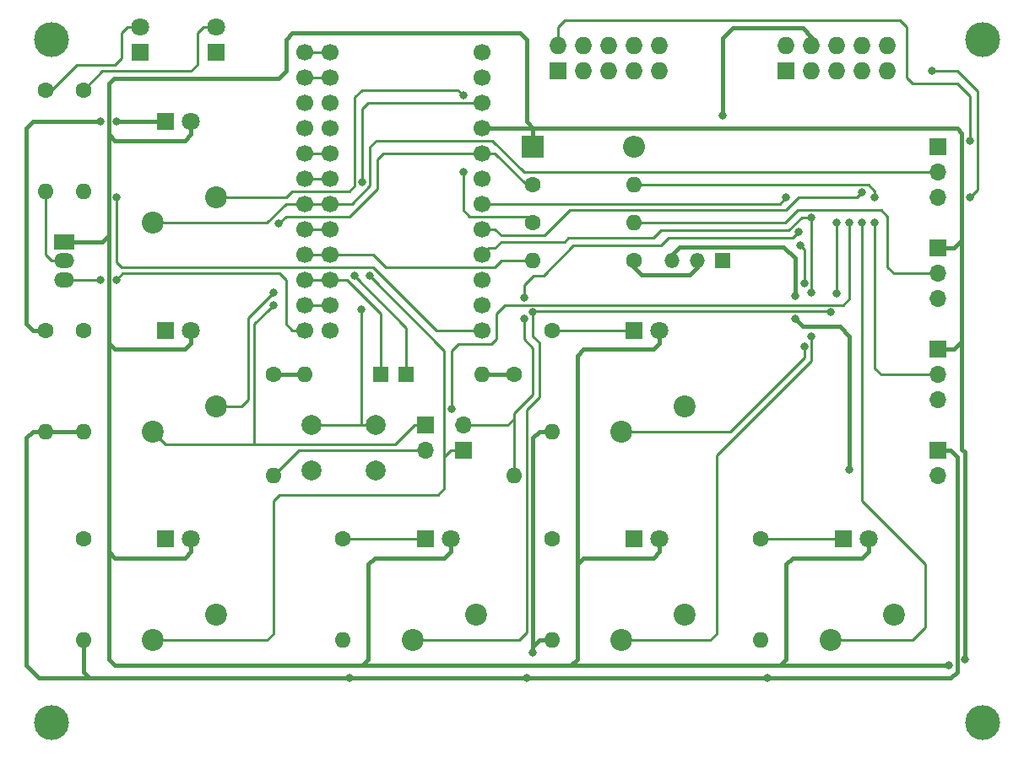
<source format=gtl>
G04 #@! TF.GenerationSoftware,KiCad,Pcbnew,(5.1.8)-1*
G04 #@! TF.CreationDate,2021-01-19T14:45:31+01:00*
G04 #@! TF.ProjectId,C64 Joykey,43363420-4a6f-4796-9b65-792e6b696361,rev?*
G04 #@! TF.SameCoordinates,Original*
G04 #@! TF.FileFunction,Copper,L1,Top*
G04 #@! TF.FilePolarity,Positive*
%FSLAX46Y46*%
G04 Gerber Fmt 4.6, Leading zero omitted, Abs format (unit mm)*
G04 Created by KiCad (PCBNEW (5.1.8)-1) date 2021-01-19 14:45:31*
%MOMM*%
%LPD*%
G01*
G04 APERTURE LIST*
G04 #@! TA.AperFunction,ComponentPad*
%ADD10C,1.600000*%
G04 #@! TD*
G04 #@! TA.AperFunction,ComponentPad*
%ADD11O,1.600000X1.600000*%
G04 #@! TD*
G04 #@! TA.AperFunction,ComponentPad*
%ADD12R,1.600000X1.600000*%
G04 #@! TD*
G04 #@! TA.AperFunction,ComponentPad*
%ADD13C,1.800000*%
G04 #@! TD*
G04 #@! TA.AperFunction,ComponentPad*
%ADD14R,1.800000X1.800000*%
G04 #@! TD*
G04 #@! TA.AperFunction,ComponentPad*
%ADD15C,2.200000*%
G04 #@! TD*
G04 #@! TA.AperFunction,SMDPad,CuDef*
%ADD16O,2.000000X1.500000*%
G04 #@! TD*
G04 #@! TA.AperFunction,SMDPad,CuDef*
%ADD17R,2.000000X1.500000*%
G04 #@! TD*
G04 #@! TA.AperFunction,ComponentPad*
%ADD18R,1.500000X1.500000*%
G04 #@! TD*
G04 #@! TA.AperFunction,ComponentPad*
%ADD19O,1.500000X1.500000*%
G04 #@! TD*
G04 #@! TA.AperFunction,ComponentPad*
%ADD20C,1.700000*%
G04 #@! TD*
G04 #@! TA.AperFunction,ComponentPad*
%ADD21C,3.500000*%
G04 #@! TD*
G04 #@! TA.AperFunction,ComponentPad*
%ADD22C,2.000000*%
G04 #@! TD*
G04 #@! TA.AperFunction,ComponentPad*
%ADD23R,1.700000X1.700000*%
G04 #@! TD*
G04 #@! TA.AperFunction,ComponentPad*
%ADD24O,1.700000X1.700000*%
G04 #@! TD*
G04 #@! TA.AperFunction,ComponentPad*
%ADD25R,1.727200X1.727200*%
G04 #@! TD*
G04 #@! TA.AperFunction,ComponentPad*
%ADD26O,1.727200X1.727200*%
G04 #@! TD*
G04 #@! TA.AperFunction,ComponentPad*
%ADD27O,2.200000X2.200000*%
G04 #@! TD*
G04 #@! TA.AperFunction,ComponentPad*
%ADD28R,2.200000X2.200000*%
G04 #@! TD*
G04 #@! TA.AperFunction,ViaPad*
%ADD29C,0.800000*%
G04 #@! TD*
G04 #@! TA.AperFunction,Conductor*
%ADD30C,0.250000*%
G04 #@! TD*
G04 #@! TA.AperFunction,Conductor*
%ADD31C,0.381000*%
G04 #@! TD*
G04 APERTURE END LIST*
D10*
X166370000Y-119380000D03*
D11*
X166370000Y-129540000D03*
D12*
X179705000Y-119380000D03*
D11*
X187325000Y-119380000D03*
D13*
X158115000Y-93980000D03*
D14*
X155575000Y-93980000D03*
D11*
X147320000Y-146050000D03*
D10*
X147320000Y-135890000D03*
D15*
X154305000Y-146050000D03*
X160655000Y-143510000D03*
D16*
X145415000Y-109855000D03*
X145415000Y-107950000D03*
D17*
X145415000Y-106045000D03*
D18*
X211455000Y-107950000D03*
D19*
X206375000Y-107950000D03*
X208915000Y-107950000D03*
D10*
X202565000Y-107950000D03*
D11*
X192405000Y-107950000D03*
D10*
X143510000Y-114935000D03*
D11*
X143510000Y-125095000D03*
X147320000Y-125095000D03*
D10*
X147320000Y-114935000D03*
D20*
X172085000Y-114935000D03*
X172085000Y-112395000D03*
X172085000Y-109855000D03*
X172085000Y-107315000D03*
X172085000Y-104775000D03*
X172085000Y-102235000D03*
X172085000Y-99695000D03*
X172085000Y-97155000D03*
X172085000Y-94615000D03*
X172085000Y-92075000D03*
X172085000Y-89535000D03*
X172085000Y-86995000D03*
X169545000Y-89535000D03*
X169545000Y-92075000D03*
X169545000Y-94615000D03*
X169545000Y-97155000D03*
X169545000Y-99695000D03*
X169545000Y-102235000D03*
X169545000Y-104775000D03*
X169545000Y-107315000D03*
X169545000Y-109855000D03*
X169545000Y-112395000D03*
X169545000Y-114935000D03*
X187325000Y-114935000D03*
X187325000Y-112395000D03*
X187325000Y-109855000D03*
X187325000Y-107315000D03*
X187325000Y-104775000D03*
X187325000Y-102235000D03*
X187325000Y-99695000D03*
X187325000Y-97155000D03*
X187325000Y-94615000D03*
X187325000Y-92075000D03*
X187325000Y-89535000D03*
X187325000Y-86995000D03*
X169545000Y-86995000D03*
D15*
X160655000Y-122555000D03*
X154305000Y-125095000D03*
X154305000Y-104140000D03*
X160655000Y-101600000D03*
X207645000Y-122555000D03*
X201295000Y-125095000D03*
X201295000Y-146050000D03*
X207645000Y-143510000D03*
X186690000Y-143510000D03*
X180340000Y-146050000D03*
X222250000Y-146050000D03*
X228600000Y-143510000D03*
D21*
X144145000Y-154305000D03*
X237490000Y-154305000D03*
X237490000Y-85725000D03*
X144145000Y-85725000D03*
D13*
X153035000Y-84455000D03*
D14*
X153035000Y-86995000D03*
X160655000Y-86995000D03*
D13*
X160655000Y-84455000D03*
D22*
X176680000Y-124460000D03*
X176680000Y-128960000D03*
X170180000Y-124460000D03*
X170180000Y-128960000D03*
D23*
X233045000Y-116840000D03*
D24*
X233045000Y-119380000D03*
X233045000Y-121920000D03*
X233045000Y-111760000D03*
X233045000Y-109220000D03*
D23*
X233045000Y-106680000D03*
D24*
X233045000Y-101600000D03*
X233045000Y-99060000D03*
D23*
X233045000Y-96520000D03*
D25*
X194945000Y-88900000D03*
D26*
X197485000Y-88900000D03*
X200025000Y-88900000D03*
X202565000Y-88900000D03*
X205105000Y-88900000D03*
X194945000Y-86360000D03*
X197485000Y-86360000D03*
X200025000Y-86360000D03*
X202565000Y-86360000D03*
X205105000Y-86360000D03*
X227965000Y-86360000D03*
X225425000Y-86360000D03*
X222885000Y-86360000D03*
X220345000Y-86360000D03*
X217805000Y-86360000D03*
X227965000Y-88900000D03*
X225425000Y-88900000D03*
X222885000Y-88900000D03*
X220345000Y-88900000D03*
D25*
X217805000Y-88900000D03*
D27*
X202565000Y-96520000D03*
D28*
X192405000Y-96520000D03*
D13*
X158115000Y-135890000D03*
D14*
X155575000Y-135890000D03*
D13*
X158115000Y-114935000D03*
D14*
X155575000Y-114935000D03*
X202565000Y-114935000D03*
D13*
X205105000Y-114935000D03*
D14*
X202565000Y-135890000D03*
D13*
X205105000Y-135890000D03*
X184150000Y-135890000D03*
D14*
X181610000Y-135890000D03*
X223520000Y-135890000D03*
D13*
X226060000Y-135890000D03*
D10*
X192405000Y-100330000D03*
D11*
X202565000Y-100330000D03*
X202565000Y-104140000D03*
D10*
X192405000Y-104140000D03*
X143510000Y-90805000D03*
D11*
X143510000Y-100965000D03*
X147320000Y-100965000D03*
D10*
X147320000Y-90805000D03*
D11*
X194310000Y-125095000D03*
D10*
X194310000Y-114935000D03*
X194310000Y-135890000D03*
D11*
X194310000Y-146050000D03*
X173355000Y-146050000D03*
D10*
X173355000Y-135890000D03*
X215265000Y-135890000D03*
D11*
X215265000Y-146050000D03*
D23*
X233045000Y-127000000D03*
D24*
X233045000Y-129540000D03*
X185420000Y-124460000D03*
D23*
X185420000Y-127000000D03*
X181610000Y-124460000D03*
D24*
X181610000Y-127000000D03*
D11*
X169545000Y-119380000D03*
D12*
X177165000Y-119380000D03*
D11*
X190500000Y-129540000D03*
D10*
X190500000Y-119380000D03*
D29*
X236220000Y-95885000D03*
X224155000Y-104140000D03*
X184240000Y-122809000D03*
X235740500Y-147955000D03*
X234159500Y-148590000D03*
X219075000Y-105029000D03*
X191516000Y-111670000D03*
X191516000Y-113792000D03*
X236220000Y-101600000D03*
X232410000Y-88900000D03*
X225425000Y-101055000D03*
X225425000Y-104140000D03*
X222885000Y-104140000D03*
X222250000Y-113120000D03*
X192405000Y-113120000D03*
X222885000Y-111252000D03*
X220345000Y-103595000D03*
X220345000Y-111125000D03*
X220345000Y-115570000D03*
X217805000Y-101600000D03*
X219202000Y-106426000D03*
X219620000Y-110236000D03*
X219620000Y-116586000D03*
X226695000Y-101600000D03*
X226695000Y-104140000D03*
X175260000Y-100076000D03*
X175191840Y-112834840D03*
X176022000Y-109474000D03*
X166370000Y-112395022D03*
X211455000Y-93345000D03*
X174498000Y-109474000D03*
X185420000Y-91350000D03*
X185420000Y-99060000D03*
X166914990Y-104229983D03*
X166370000Y-111125000D03*
X149069500Y-93980000D03*
X150650500Y-93980000D03*
X192405000Y-147320000D03*
X191770000Y-149860000D03*
X173990000Y-149860000D03*
X215900000Y-149860000D03*
X224155000Y-128905000D03*
X218694000Y-113792000D03*
X218694000Y-111506000D03*
X150650500Y-109855000D03*
X149069500Y-109855000D03*
X150650500Y-101600000D03*
D30*
X229235000Y-83820000D02*
X195580000Y-83820000D01*
X229870000Y-84455000D02*
X229235000Y-83820000D01*
X229870000Y-89535000D02*
X229870000Y-84455000D01*
X230505000Y-90170000D02*
X229870000Y-89535000D01*
X194945000Y-84455000D02*
X194945000Y-86360000D01*
X234950000Y-90170000D02*
X230505000Y-90170000D01*
X195580000Y-83820000D02*
X194945000Y-84455000D01*
X236220000Y-91440000D02*
X234950000Y-90170000D01*
X236220000Y-95885000D02*
X236220000Y-91440000D01*
X166370000Y-129540000D02*
X168910000Y-127000000D01*
X168910000Y-127000000D02*
X181610000Y-127000000D01*
X184240000Y-117004000D02*
X184240000Y-122809000D01*
X184912000Y-116332000D02*
X184240000Y-117004000D01*
X188722000Y-115824000D02*
X188214000Y-116332000D01*
X188722000Y-113284000D02*
X188722000Y-115824000D01*
X189611000Y-112395000D02*
X188722000Y-113284000D01*
X223520000Y-112395000D02*
X189611000Y-112395000D01*
X224155000Y-111760000D02*
X223520000Y-112395000D01*
X188214000Y-116332000D02*
X184912000Y-116332000D01*
X224155000Y-104140000D02*
X224155000Y-111760000D01*
D31*
X158115000Y-114935000D02*
X158115000Y-116205000D01*
X157480000Y-116840000D02*
X154305000Y-116840000D01*
X158115000Y-116205000D02*
X157480000Y-116840000D01*
X205105000Y-114935000D02*
X205105000Y-116205000D01*
X204470000Y-116840000D02*
X201295000Y-116840000D01*
X205105000Y-116205000D02*
X204470000Y-116840000D01*
X184150000Y-135890000D02*
X184150000Y-137160000D01*
X183515000Y-137795000D02*
X180340000Y-137795000D01*
X184150000Y-137160000D02*
X183515000Y-137795000D01*
X187325000Y-94615000D02*
X190500000Y-94615000D01*
X190500000Y-94615000D02*
X191135000Y-94615000D01*
X183515000Y-148590000D02*
X184785000Y-148590000D01*
X192405000Y-96520000D02*
X192405000Y-95885000D01*
X192405000Y-96520000D02*
X192405000Y-94615000D01*
X191135000Y-94615000D02*
X192405000Y-94615000D01*
X192405000Y-94615000D02*
X191770000Y-93980000D01*
X152400000Y-148590000D02*
X158750000Y-148590000D01*
X150495000Y-116840000D02*
X149860000Y-116205000D01*
X154305000Y-116840000D02*
X150495000Y-116840000D01*
X149860000Y-116205000D02*
X149860000Y-118745000D01*
X149860000Y-113665000D02*
X149860000Y-116205000D01*
X150405000Y-89625000D02*
X156210000Y-89625000D01*
X149860000Y-90170000D02*
X150405000Y-89625000D01*
X149860000Y-95250000D02*
X149860000Y-90170000D01*
X149860000Y-96520000D02*
X149860000Y-95250000D01*
X149860000Y-118745000D02*
X149860000Y-133350000D01*
X150495000Y-148590000D02*
X152400000Y-148590000D01*
X149860000Y-147955000D02*
X150495000Y-148590000D01*
X177165000Y-148590000D02*
X183515000Y-148590000D01*
X196850000Y-117475000D02*
X197485000Y-116840000D01*
X197485000Y-116840000D02*
X201295000Y-116840000D01*
X196850000Y-147955000D02*
X196215000Y-148590000D01*
X184785000Y-148590000D02*
X196215000Y-148590000D01*
X180340000Y-137795000D02*
X176530000Y-137795000D01*
X176530000Y-137795000D02*
X175895000Y-138430000D01*
X175895000Y-147955000D02*
X175260000Y-148590000D01*
X175895000Y-138430000D02*
X175895000Y-147955000D01*
X175260000Y-148590000D02*
X177165000Y-148590000D01*
X158750000Y-148590000D02*
X175260000Y-148590000D01*
X158115000Y-135890000D02*
X158115000Y-137160000D01*
X158115000Y-137160000D02*
X157480000Y-137795000D01*
X157480000Y-137795000D02*
X150495000Y-137795000D01*
X149860000Y-137160000D02*
X149860000Y-147955000D01*
X150495000Y-137795000D02*
X149860000Y-137160000D01*
X149860000Y-133350000D02*
X149860000Y-137160000D01*
X196850000Y-138430000D02*
X197485000Y-137795000D01*
X196850000Y-147955000D02*
X196850000Y-138430000D01*
X196850000Y-138430000D02*
X196850000Y-117475000D01*
X197485000Y-137795000D02*
X204470000Y-137795000D01*
X204470000Y-137795000D02*
X205105000Y-137160000D01*
X205105000Y-137160000D02*
X205105000Y-135890000D01*
X197485000Y-148590000D02*
X196215000Y-148590000D01*
X217805000Y-138430000D02*
X217805000Y-147955000D01*
X217170000Y-148590000D02*
X197485000Y-148590000D01*
X218440000Y-137795000D02*
X217805000Y-138430000D01*
X225425000Y-137795000D02*
X218440000Y-137795000D01*
X226060000Y-137160000D02*
X225425000Y-137795000D01*
X217805000Y-147955000D02*
X217170000Y-148590000D01*
X226060000Y-135890000D02*
X226060000Y-137160000D01*
X156210000Y-89625000D02*
X166915000Y-89625000D01*
X166915000Y-89625000D02*
X167640000Y-88900000D01*
X167640000Y-88900000D02*
X167640000Y-85725000D01*
X167640000Y-85725000D02*
X168275000Y-85090000D01*
X191135000Y-85090000D02*
X191770000Y-85725000D01*
X168275000Y-85090000D02*
X191135000Y-85090000D01*
X191770000Y-93980000D02*
X191770000Y-85725000D01*
X149860000Y-106680000D02*
X149860000Y-113665000D01*
X149225000Y-106045000D02*
X149860000Y-105410000D01*
X145415000Y-106045000D02*
X149225000Y-106045000D01*
X149860000Y-105410000D02*
X149860000Y-106680000D01*
X149860000Y-96520000D02*
X149860000Y-105410000D01*
X158115000Y-95250000D02*
X158115000Y-93980000D01*
X157480000Y-95885000D02*
X158115000Y-95250000D01*
X150495000Y-95885000D02*
X157480000Y-95885000D01*
X149860000Y-95250000D02*
X150495000Y-95885000D01*
X234159500Y-148590000D02*
X217170000Y-148590000D01*
X196850000Y-94615000D02*
X192405000Y-94615000D01*
X234950000Y-94615000D02*
X196850000Y-94615000D01*
X235429499Y-95094499D02*
X234950000Y-94615000D01*
X235740500Y-127155500D02*
X235429499Y-126844499D01*
X235740500Y-147955000D02*
X235740500Y-127155500D01*
X234638998Y-116840000D02*
X235429499Y-116049499D01*
X233045000Y-116840000D02*
X234638998Y-116840000D01*
X235429499Y-126844499D02*
X235429499Y-116049499D01*
X234638998Y-106680000D02*
X235429499Y-105889499D01*
X233045000Y-106680000D02*
X234638998Y-106680000D01*
X235429499Y-105889499D02*
X235429499Y-95094499D01*
X235429499Y-116049499D02*
X235429499Y-105889499D01*
D30*
X185420000Y-124460000D02*
X184701000Y-124460000D01*
X189865000Y-124460000D02*
X190500000Y-123825000D01*
X185420000Y-124460000D02*
X189865000Y-124460000D01*
X190500000Y-129540000D02*
X190500000Y-123825000D01*
X190500000Y-123253500D02*
X190500000Y-123825000D01*
X192405000Y-121348500D02*
X190500000Y-123253500D01*
X192405000Y-116713000D02*
X192405000Y-121348500D01*
X191516000Y-115824000D02*
X192405000Y-116713000D01*
X191516000Y-113792000D02*
X191516000Y-115824000D01*
X192468500Y-109410500D02*
X191516000Y-110363000D01*
X191516000Y-110363000D02*
X191516000Y-111670000D01*
X193484500Y-109410500D02*
X192468500Y-109410500D01*
X196469000Y-106426000D02*
X193484500Y-109410500D01*
X205232000Y-106426000D02*
X196469000Y-106426000D01*
X205994000Y-105664000D02*
X205232000Y-106426000D01*
X218440000Y-105664000D02*
X205994000Y-105664000D01*
X219075000Y-105029000D02*
X218440000Y-105664000D01*
X234950000Y-88900000D02*
X232410000Y-88900000D01*
X236982000Y-90932000D02*
X234950000Y-88900000D01*
X236982000Y-100838000D02*
X236982000Y-90932000D01*
X236220000Y-101600000D02*
X236982000Y-100838000D01*
X222250000Y-146050000D02*
X230505000Y-146050000D01*
X230505000Y-146050000D02*
X231775000Y-144780000D01*
X231775000Y-138430000D02*
X225425000Y-132080000D01*
X231775000Y-144780000D02*
X231775000Y-138430000D01*
X225425000Y-132080000D02*
X225425000Y-104140000D01*
X187325000Y-104775000D02*
X188595000Y-104775000D01*
X188595000Y-104775000D02*
X189230000Y-105410000D01*
X189230000Y-105410000D02*
X193548000Y-105410000D01*
X219075000Y-101600000D02*
X224880000Y-101600000D01*
X193548000Y-105410000D02*
X196088000Y-102870000D01*
X196088000Y-102870000D02*
X217805000Y-102870000D01*
X217805000Y-102870000D02*
X219075000Y-101600000D01*
X224880000Y-101600000D02*
X225425000Y-101055000D01*
X222160000Y-113030000D02*
X192405000Y-113030000D01*
X222250000Y-113120000D02*
X222160000Y-113030000D01*
X192405000Y-113030000D02*
X192405000Y-113120000D01*
X191008000Y-146050000D02*
X180340000Y-146050000D01*
X191770000Y-145288000D02*
X191008000Y-146050000D01*
X191770000Y-122936000D02*
X191770000Y-145288000D01*
X193040000Y-121666000D02*
X191770000Y-122936000D01*
X193040000Y-116141500D02*
X193040000Y-121666000D01*
X192405000Y-115506500D02*
X193040000Y-116141500D01*
X192405000Y-113030000D02*
X192405000Y-115506500D01*
X222885000Y-104140000D02*
X222885000Y-111252000D01*
X220345000Y-103595000D02*
X220345000Y-111125000D01*
X210820000Y-127508000D02*
X220345000Y-117983000D01*
X210820000Y-145415000D02*
X210820000Y-127508000D01*
X220345000Y-117983000D02*
X220345000Y-115570000D01*
X210185000Y-146050000D02*
X210820000Y-145415000D01*
X201295000Y-146050000D02*
X210185000Y-146050000D01*
X187960000Y-106680000D02*
X187325000Y-107315000D01*
X188595000Y-106680000D02*
X187960000Y-106680000D01*
X189230000Y-106045000D02*
X188595000Y-106680000D01*
X195580000Y-106045000D02*
X189230000Y-106045000D01*
X205232000Y-104902000D02*
X204470000Y-105664000D01*
X195961000Y-105664000D02*
X195580000Y-106045000D01*
X218059000Y-104902000D02*
X205232000Y-104902000D01*
X219366000Y-103595000D02*
X218059000Y-104902000D01*
X204470000Y-105664000D02*
X195961000Y-105664000D01*
X220345000Y-103595000D02*
X219366000Y-103595000D01*
X217170000Y-102235000D02*
X217805000Y-101600000D01*
X187325000Y-102235000D02*
X217170000Y-102235000D01*
X219620000Y-106844000D02*
X219620000Y-110236000D01*
X219202000Y-106426000D02*
X219620000Y-106844000D01*
X219620000Y-117647000D02*
X219620000Y-116586000D01*
X212172000Y-125095000D02*
X219620000Y-117647000D01*
X201295000Y-125095000D02*
X212172000Y-125095000D01*
X226060000Y-100330000D02*
X226695000Y-100965000D01*
X202565000Y-100330000D02*
X226060000Y-100330000D01*
X226695000Y-100965000D02*
X226695000Y-101600000D01*
X227330000Y-119380000D02*
X233045000Y-119380000D01*
X226695000Y-118745000D02*
X227330000Y-119380000D01*
X226695000Y-104140000D02*
X226695000Y-118745000D01*
X228600000Y-109220000D02*
X233045000Y-109220000D01*
X227965000Y-103505000D02*
X227965000Y-108585000D01*
X227330000Y-102870000D02*
X227965000Y-103505000D01*
X218948000Y-102870000D02*
X227330000Y-102870000D01*
X217678000Y-104140000D02*
X218948000Y-102870000D01*
X227965000Y-108585000D02*
X228600000Y-109220000D01*
X202565000Y-104140000D02*
X217678000Y-104140000D01*
X169545000Y-89535000D02*
X172085000Y-89535000D01*
X169545000Y-86995000D02*
X172085000Y-86995000D01*
X175260000Y-93218000D02*
X175260000Y-92710000D01*
X175895000Y-92075000D02*
X187325000Y-92075000D01*
X175260000Y-92710000D02*
X175895000Y-92075000D01*
X175260000Y-100076000D02*
X175260000Y-93218000D01*
X174625000Y-124460000D02*
X173355000Y-124460000D01*
X173355000Y-124460000D02*
X170180000Y-124460000D01*
X175191840Y-112834840D02*
X175191840Y-124391840D01*
X175260000Y-124460000D02*
X174625000Y-124460000D01*
X175191840Y-124391840D02*
X175260000Y-124460000D01*
X176680000Y-124460000D02*
X175260000Y-124460000D01*
X144145000Y-90805000D02*
X143510000Y-90805000D01*
X151765000Y-84455000D02*
X151130000Y-85090000D01*
X153035000Y-84455000D02*
X151765000Y-84455000D01*
X151130000Y-85090000D02*
X151130000Y-87630000D01*
X151130000Y-87630000D02*
X150495000Y-88265000D01*
X150495000Y-88265000D02*
X146685000Y-88265000D01*
X146685000Y-88265000D02*
X144145000Y-90805000D01*
X149225000Y-88900000D02*
X147320000Y-90805000D01*
X158115000Y-88900000D02*
X149225000Y-88900000D01*
X158750000Y-88265000D02*
X158115000Y-88900000D01*
X158750000Y-85090000D02*
X158750000Y-88265000D01*
X159385000Y-84455000D02*
X158750000Y-85090000D01*
X160655000Y-84455000D02*
X159385000Y-84455000D01*
X169545000Y-112395000D02*
X172085000Y-112395000D01*
X169545000Y-102235000D02*
X172085000Y-102235000D01*
X165735000Y-104140000D02*
X154305000Y-104140000D01*
X167640000Y-102235000D02*
X165735000Y-104140000D01*
X169545000Y-102235000D02*
X167640000Y-102235000D01*
X191516000Y-99060000D02*
X233045000Y-99060000D01*
X188341000Y-95885000D02*
X191516000Y-99060000D01*
X176084998Y-96520000D02*
X176719998Y-95885000D01*
X176084998Y-100394002D02*
X176084998Y-96520000D01*
X176719998Y-95885000D02*
X188341000Y-95885000D01*
X174244000Y-102235000D02*
X176084998Y-100394002D01*
X172085000Y-102235000D02*
X174244000Y-102235000D01*
X169545000Y-97155000D02*
X172085000Y-97155000D01*
X183515000Y-130810000D02*
X182880000Y-131445000D01*
X154305000Y-146050000D02*
X165735000Y-146050000D01*
X165735000Y-146050000D02*
X166370000Y-145415000D01*
X166370000Y-145415000D02*
X166370000Y-132080000D01*
X166370000Y-132080000D02*
X167005000Y-131445000D01*
X182880000Y-131445000D02*
X167005000Y-131445000D01*
X184150000Y-127000000D02*
X183515000Y-127635000D01*
X185420000Y-127000000D02*
X184150000Y-127000000D01*
X183515000Y-127635000D02*
X183515000Y-130810000D01*
X183515000Y-116967000D02*
X176022000Y-109474000D01*
X183515000Y-127635000D02*
X183515000Y-116967000D01*
X143510000Y-100965000D02*
X143510000Y-107315000D01*
X144145000Y-107950000D02*
X145415000Y-107950000D01*
X143510000Y-107315000D02*
X144145000Y-107950000D01*
X172085000Y-99695000D02*
X169545000Y-99695000D01*
X181610000Y-124460000D02*
X180510000Y-124460000D01*
X178605000Y-126365000D02*
X167640000Y-126365000D01*
X180510000Y-124460000D02*
X178605000Y-126365000D01*
X167640000Y-126365000D02*
X165735000Y-126365000D01*
X155575000Y-126365000D02*
X154305000Y-125095000D01*
X163449000Y-126365000D02*
X155575000Y-126365000D01*
X163703000Y-126365000D02*
X163449000Y-126365000D01*
X165970001Y-112795021D02*
X166370000Y-112395022D01*
X164465011Y-114300011D02*
X164465011Y-126364989D01*
X164465011Y-126364989D02*
X164465000Y-126365000D01*
X164465000Y-126365000D02*
X163703000Y-126365000D01*
X165735000Y-126365000D02*
X164465000Y-126365000D01*
X164465011Y-114300011D02*
X165970001Y-112795021D01*
D31*
X220345000Y-85471000D02*
X220345000Y-86360000D01*
X219456000Y-84582000D02*
X220345000Y-85471000D01*
X212471000Y-84582000D02*
X219456000Y-84582000D01*
X211455000Y-85598000D02*
X212471000Y-84582000D01*
X211455000Y-93345000D02*
X211455000Y-85598000D01*
D30*
X169545000Y-104775000D02*
X172085000Y-104775000D01*
X179705000Y-119380000D02*
X179705000Y-114681000D01*
X179705000Y-114681000D02*
X174498000Y-109474000D01*
D31*
X187325000Y-119380000D02*
X190500000Y-119380000D01*
D30*
X185420000Y-99060000D02*
X185420000Y-102870000D01*
X185420000Y-102870000D02*
X186055000Y-103505000D01*
X191770000Y-103505000D02*
X192405000Y-104140000D01*
X186055000Y-103505000D02*
X191770000Y-103505000D01*
X160655000Y-101600000D02*
X167640000Y-101600000D01*
X174534999Y-100420001D02*
X174534999Y-91530001D01*
X167640000Y-101600000D02*
X168275000Y-100965000D01*
X173990000Y-100965000D02*
X174534999Y-100420001D01*
X168275000Y-100965000D02*
X173990000Y-100965000D01*
X174534999Y-91530001D02*
X175260000Y-90805000D01*
X175260000Y-90805000D02*
X184875000Y-90805000D01*
X184875000Y-90805000D02*
X185420000Y-91350000D01*
X160655000Y-122555000D02*
X163195000Y-122555000D01*
X163195000Y-122555000D02*
X163830000Y-121920000D01*
X163830000Y-113665000D02*
X163830000Y-121920000D01*
X166370000Y-111125000D02*
X163830000Y-113665000D01*
X180340000Y-97155000D02*
X187325000Y-97155000D01*
X176784000Y-97758250D02*
X177387250Y-97155000D01*
X176784000Y-100711000D02*
X176784000Y-97758250D01*
X173990000Y-103505000D02*
X176784000Y-100711000D01*
X167639973Y-103505000D02*
X173990000Y-103505000D01*
X177387250Y-97155000D02*
X180340000Y-97155000D01*
X166914990Y-104229983D02*
X167639973Y-103505000D01*
X188595000Y-97155000D02*
X191770000Y-100330000D01*
X191770000Y-100330000D02*
X192405000Y-100330000D01*
X187325000Y-97155000D02*
X188595000Y-97155000D01*
D31*
X150650500Y-93980000D02*
X155575000Y-93980000D01*
X142240000Y-93980000D02*
X149069500Y-93980000D01*
X141605000Y-94615000D02*
X142240000Y-93980000D01*
X141605000Y-114300000D02*
X141605000Y-94615000D01*
X142240000Y-114935000D02*
X141605000Y-114300000D01*
X143510000Y-114935000D02*
X142240000Y-114935000D01*
D30*
X194310000Y-114935000D02*
X202565000Y-114935000D01*
X173355000Y-135890000D02*
X181610000Y-135890000D01*
X215265000Y-135890000D02*
X223520000Y-135890000D01*
D31*
X202565000Y-108585000D02*
X202565000Y-107950000D01*
X203327000Y-109347000D02*
X202565000Y-108585000D01*
X208153000Y-109347000D02*
X203327000Y-109347000D01*
X208915000Y-108585000D02*
X208153000Y-109347000D01*
X208915000Y-107950000D02*
X208915000Y-108585000D01*
X141605000Y-136525000D02*
X141605000Y-148590000D01*
X212725000Y-149860000D02*
X191770000Y-149860000D01*
X141605000Y-148590000D02*
X142875000Y-149860000D01*
X234315000Y-149860000D02*
X234950000Y-149225000D01*
X234950000Y-149225000D02*
X234950000Y-127635000D01*
X234315000Y-127000000D02*
X233045000Y-127000000D01*
X234950000Y-127635000D02*
X234315000Y-127000000D01*
X142875000Y-149860000D02*
X147955000Y-149860000D01*
X173990000Y-149860000D02*
X191770000Y-149860000D01*
X147955000Y-149860000D02*
X173990000Y-149860000D01*
X192405000Y-136525000D02*
X192405000Y-145415000D01*
X193040000Y-146050000D02*
X192405000Y-146685000D01*
X194310000Y-146050000D02*
X193040000Y-146050000D01*
X192405000Y-146685000D02*
X192405000Y-147320000D01*
X192405000Y-145415000D02*
X192405000Y-146685000D01*
X147320000Y-149225000D02*
X147955000Y-149860000D01*
X147320000Y-146050000D02*
X147320000Y-149225000D01*
X193040000Y-125095000D02*
X192405000Y-125730000D01*
X194310000Y-125095000D02*
X193040000Y-125095000D01*
X192405000Y-136525000D02*
X192405000Y-125730000D01*
X215900000Y-149860000D02*
X234315000Y-149860000D01*
X212725000Y-149860000D02*
X215900000Y-149860000D01*
X143510000Y-125095000D02*
X147320000Y-125095000D01*
X142240000Y-125095000D02*
X141605000Y-125730000D01*
X143510000Y-125095000D02*
X142240000Y-125095000D01*
X141605000Y-136525000D02*
X141605000Y-125730000D01*
X206375000Y-107315000D02*
X207137000Y-106553000D01*
X206375000Y-107950000D02*
X206375000Y-107315000D01*
X218694000Y-111506000D02*
X218694000Y-107696000D01*
X217551000Y-106553000D02*
X207137000Y-106553000D01*
X218694000Y-107696000D02*
X217551000Y-106553000D01*
X219456000Y-114554000D02*
X218694000Y-113792000D01*
X223202500Y-114554000D02*
X219456000Y-114554000D01*
X224155000Y-115506500D02*
X223202500Y-114554000D01*
X224155000Y-128905000D02*
X224155000Y-115506500D01*
D30*
X169545000Y-109855000D02*
X172085000Y-109855000D01*
X177165000Y-119380000D02*
X177165000Y-113284000D01*
X177165000Y-113284000D02*
X173736000Y-109855000D01*
X173736000Y-109855000D02*
X172085000Y-109855000D01*
D31*
X166370000Y-119380000D02*
X169545000Y-119380000D01*
D30*
X149069500Y-109855000D02*
X145415000Y-109855000D01*
X168275000Y-114935000D02*
X169545000Y-114935000D01*
X167640000Y-114300000D02*
X168275000Y-114935000D01*
X167640000Y-109855000D02*
X167640000Y-114300000D01*
X167005000Y-109220000D02*
X167640000Y-109855000D01*
X151285500Y-109220000D02*
X167005000Y-109220000D01*
X150650500Y-109855000D02*
X151285500Y-109220000D01*
X169545000Y-107315000D02*
X172085000Y-107315000D01*
X192405000Y-107950000D02*
X192405000Y-107315000D01*
X189230000Y-107950000D02*
X192405000Y-107950000D01*
X188595000Y-108585000D02*
X189230000Y-107950000D01*
X176403000Y-107315000D02*
X177673000Y-108585000D01*
X177673000Y-108585000D02*
X188595000Y-108585000D01*
X172085000Y-107315000D02*
X176403000Y-107315000D01*
X150650500Y-108105500D02*
X150650500Y-101600000D01*
X151130000Y-108585000D02*
X150650500Y-108105500D01*
X176403000Y-108585000D02*
X151130000Y-108585000D01*
X182753000Y-114935000D02*
X176403000Y-108585000D01*
X187325000Y-114935000D02*
X182753000Y-114935000D01*
M02*

</source>
